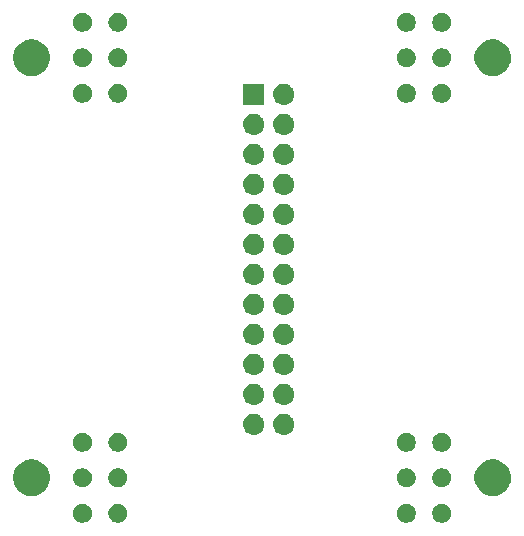
<source format=gbr>
G04 #@! TF.GenerationSoftware,KiCad,Pcbnew,(5.0.2)-1*
G04 #@! TF.CreationDate,2019-03-06T23:05:27-07:00*
G04 #@! TF.ProjectId,Connector PCB,436f6e6e-6563-4746-9f72-205043422e6b,rev?*
G04 #@! TF.SameCoordinates,Original*
G04 #@! TF.FileFunction,Soldermask,Bot*
G04 #@! TF.FilePolarity,Negative*
%FSLAX46Y46*%
G04 Gerber Fmt 4.6, Leading zero omitted, Abs format (unit mm)*
G04 Created by KiCad (PCBNEW (5.0.2)-1) date 2019-03-06 11:05:27 PM*
%MOMM*%
%LPD*%
G01*
G04 APERTURE LIST*
%ADD10C,0.100000*%
G04 APERTURE END LIST*
D10*
G36*
X153123643Y-121609781D02*
X153269415Y-121670162D01*
X153400611Y-121757824D01*
X153512176Y-121869389D01*
X153599838Y-122000585D01*
X153660219Y-122146357D01*
X153691000Y-122301107D01*
X153691000Y-122458893D01*
X153660219Y-122613643D01*
X153599838Y-122759415D01*
X153512176Y-122890611D01*
X153400611Y-123002176D01*
X153269415Y-123089838D01*
X153123643Y-123150219D01*
X152968893Y-123181000D01*
X152811107Y-123181000D01*
X152656357Y-123150219D01*
X152510585Y-123089838D01*
X152379389Y-123002176D01*
X152267824Y-122890611D01*
X152180162Y-122759415D01*
X152119781Y-122613643D01*
X152089000Y-122458893D01*
X152089000Y-122301107D01*
X152119781Y-122146357D01*
X152180162Y-122000585D01*
X152267824Y-121869389D01*
X152379389Y-121757824D01*
X152510585Y-121670162D01*
X152656357Y-121609781D01*
X152811107Y-121579000D01*
X152968893Y-121579000D01*
X153123643Y-121609781D01*
X153123643Y-121609781D01*
G37*
G36*
X177543643Y-121609781D02*
X177689415Y-121670162D01*
X177820611Y-121757824D01*
X177932176Y-121869389D01*
X178019838Y-122000585D01*
X178080219Y-122146357D01*
X178111000Y-122301107D01*
X178111000Y-122458893D01*
X178080219Y-122613643D01*
X178019838Y-122759415D01*
X177932176Y-122890611D01*
X177820611Y-123002176D01*
X177689415Y-123089838D01*
X177543643Y-123150219D01*
X177388893Y-123181000D01*
X177231107Y-123181000D01*
X177076357Y-123150219D01*
X176930585Y-123089838D01*
X176799389Y-123002176D01*
X176687824Y-122890611D01*
X176600162Y-122759415D01*
X176539781Y-122613643D01*
X176509000Y-122458893D01*
X176509000Y-122301107D01*
X176539781Y-122146357D01*
X176600162Y-122000585D01*
X176687824Y-121869389D01*
X176799389Y-121757824D01*
X176930585Y-121670162D01*
X177076357Y-121609781D01*
X177231107Y-121579000D01*
X177388893Y-121579000D01*
X177543643Y-121609781D01*
X177543643Y-121609781D01*
G37*
G36*
X180543643Y-121609781D02*
X180689415Y-121670162D01*
X180820611Y-121757824D01*
X180932176Y-121869389D01*
X181019838Y-122000585D01*
X181080219Y-122146357D01*
X181111000Y-122301107D01*
X181111000Y-122458893D01*
X181080219Y-122613643D01*
X181019838Y-122759415D01*
X180932176Y-122890611D01*
X180820611Y-123002176D01*
X180689415Y-123089838D01*
X180543643Y-123150219D01*
X180388893Y-123181000D01*
X180231107Y-123181000D01*
X180076357Y-123150219D01*
X179930585Y-123089838D01*
X179799389Y-123002176D01*
X179687824Y-122890611D01*
X179600162Y-122759415D01*
X179539781Y-122613643D01*
X179509000Y-122458893D01*
X179509000Y-122301107D01*
X179539781Y-122146357D01*
X179600162Y-122000585D01*
X179687824Y-121869389D01*
X179799389Y-121757824D01*
X179930585Y-121670162D01*
X180076357Y-121609781D01*
X180231107Y-121579000D01*
X180388893Y-121579000D01*
X180543643Y-121609781D01*
X180543643Y-121609781D01*
G37*
G36*
X150123643Y-121609781D02*
X150269415Y-121670162D01*
X150400611Y-121757824D01*
X150512176Y-121869389D01*
X150599838Y-122000585D01*
X150660219Y-122146357D01*
X150691000Y-122301107D01*
X150691000Y-122458893D01*
X150660219Y-122613643D01*
X150599838Y-122759415D01*
X150512176Y-122890611D01*
X150400611Y-123002176D01*
X150269415Y-123089838D01*
X150123643Y-123150219D01*
X149968893Y-123181000D01*
X149811107Y-123181000D01*
X149656357Y-123150219D01*
X149510585Y-123089838D01*
X149379389Y-123002176D01*
X149267824Y-122890611D01*
X149180162Y-122759415D01*
X149119781Y-122613643D01*
X149089000Y-122458893D01*
X149089000Y-122301107D01*
X149119781Y-122146357D01*
X149180162Y-122000585D01*
X149267824Y-121869389D01*
X149379389Y-121757824D01*
X149510585Y-121670162D01*
X149656357Y-121609781D01*
X149811107Y-121579000D01*
X149968893Y-121579000D01*
X150123643Y-121609781D01*
X150123643Y-121609781D01*
G37*
G36*
X184982527Y-117868736D02*
X185082410Y-117888604D01*
X185364674Y-118005521D01*
X185618705Y-118175259D01*
X185834741Y-118391295D01*
X186004479Y-118645326D01*
X186121396Y-118927590D01*
X186121396Y-118927591D01*
X186181000Y-119227238D01*
X186181000Y-119532762D01*
X186141264Y-119732527D01*
X186121396Y-119832410D01*
X186004479Y-120114674D01*
X185834741Y-120368705D01*
X185618705Y-120584741D01*
X185364674Y-120754479D01*
X185082410Y-120871396D01*
X184982527Y-120891264D01*
X184782762Y-120931000D01*
X184477238Y-120931000D01*
X184277473Y-120891264D01*
X184177590Y-120871396D01*
X183895326Y-120754479D01*
X183641295Y-120584741D01*
X183425259Y-120368705D01*
X183255521Y-120114674D01*
X183138604Y-119832410D01*
X183118736Y-119732527D01*
X183079000Y-119532762D01*
X183079000Y-119227238D01*
X183138604Y-118927591D01*
X183138604Y-118927590D01*
X183255521Y-118645326D01*
X183425259Y-118391295D01*
X183641295Y-118175259D01*
X183895326Y-118005521D01*
X184177590Y-117888604D01*
X184277473Y-117868736D01*
X184477238Y-117829000D01*
X184782762Y-117829000D01*
X184982527Y-117868736D01*
X184982527Y-117868736D01*
G37*
G36*
X145922527Y-117868736D02*
X146022410Y-117888604D01*
X146304674Y-118005521D01*
X146558705Y-118175259D01*
X146774741Y-118391295D01*
X146944479Y-118645326D01*
X147061396Y-118927590D01*
X147061396Y-118927591D01*
X147121000Y-119227238D01*
X147121000Y-119532762D01*
X147081264Y-119732527D01*
X147061396Y-119832410D01*
X146944479Y-120114674D01*
X146774741Y-120368705D01*
X146558705Y-120584741D01*
X146304674Y-120754479D01*
X146022410Y-120871396D01*
X145922527Y-120891264D01*
X145722762Y-120931000D01*
X145417238Y-120931000D01*
X145217473Y-120891264D01*
X145117590Y-120871396D01*
X144835326Y-120754479D01*
X144581295Y-120584741D01*
X144365259Y-120368705D01*
X144195521Y-120114674D01*
X144078604Y-119832410D01*
X144058736Y-119732527D01*
X144019000Y-119532762D01*
X144019000Y-119227238D01*
X144078604Y-118927591D01*
X144078604Y-118927590D01*
X144195521Y-118645326D01*
X144365259Y-118391295D01*
X144581295Y-118175259D01*
X144835326Y-118005521D01*
X145117590Y-117888604D01*
X145217473Y-117868736D01*
X145417238Y-117829000D01*
X145722762Y-117829000D01*
X145922527Y-117868736D01*
X145922527Y-117868736D01*
G37*
G36*
X180543643Y-118609781D02*
X180689415Y-118670162D01*
X180820611Y-118757824D01*
X180932176Y-118869389D01*
X181019838Y-119000585D01*
X181080219Y-119146357D01*
X181111000Y-119301107D01*
X181111000Y-119458893D01*
X181080219Y-119613643D01*
X181019838Y-119759415D01*
X180932176Y-119890611D01*
X180820611Y-120002176D01*
X180689415Y-120089838D01*
X180543643Y-120150219D01*
X180388893Y-120181000D01*
X180231107Y-120181000D01*
X180076357Y-120150219D01*
X179930585Y-120089838D01*
X179799389Y-120002176D01*
X179687824Y-119890611D01*
X179600162Y-119759415D01*
X179539781Y-119613643D01*
X179509000Y-119458893D01*
X179509000Y-119301107D01*
X179539781Y-119146357D01*
X179600162Y-119000585D01*
X179687824Y-118869389D01*
X179799389Y-118757824D01*
X179930585Y-118670162D01*
X180076357Y-118609781D01*
X180231107Y-118579000D01*
X180388893Y-118579000D01*
X180543643Y-118609781D01*
X180543643Y-118609781D01*
G37*
G36*
X177543643Y-118609781D02*
X177689415Y-118670162D01*
X177820611Y-118757824D01*
X177932176Y-118869389D01*
X178019838Y-119000585D01*
X178080219Y-119146357D01*
X178111000Y-119301107D01*
X178111000Y-119458893D01*
X178080219Y-119613643D01*
X178019838Y-119759415D01*
X177932176Y-119890611D01*
X177820611Y-120002176D01*
X177689415Y-120089838D01*
X177543643Y-120150219D01*
X177388893Y-120181000D01*
X177231107Y-120181000D01*
X177076357Y-120150219D01*
X176930585Y-120089838D01*
X176799389Y-120002176D01*
X176687824Y-119890611D01*
X176600162Y-119759415D01*
X176539781Y-119613643D01*
X176509000Y-119458893D01*
X176509000Y-119301107D01*
X176539781Y-119146357D01*
X176600162Y-119000585D01*
X176687824Y-118869389D01*
X176799389Y-118757824D01*
X176930585Y-118670162D01*
X177076357Y-118609781D01*
X177231107Y-118579000D01*
X177388893Y-118579000D01*
X177543643Y-118609781D01*
X177543643Y-118609781D01*
G37*
G36*
X153123643Y-118609781D02*
X153269415Y-118670162D01*
X153400611Y-118757824D01*
X153512176Y-118869389D01*
X153599838Y-119000585D01*
X153660219Y-119146357D01*
X153691000Y-119301107D01*
X153691000Y-119458893D01*
X153660219Y-119613643D01*
X153599838Y-119759415D01*
X153512176Y-119890611D01*
X153400611Y-120002176D01*
X153269415Y-120089838D01*
X153123643Y-120150219D01*
X152968893Y-120181000D01*
X152811107Y-120181000D01*
X152656357Y-120150219D01*
X152510585Y-120089838D01*
X152379389Y-120002176D01*
X152267824Y-119890611D01*
X152180162Y-119759415D01*
X152119781Y-119613643D01*
X152089000Y-119458893D01*
X152089000Y-119301107D01*
X152119781Y-119146357D01*
X152180162Y-119000585D01*
X152267824Y-118869389D01*
X152379389Y-118757824D01*
X152510585Y-118670162D01*
X152656357Y-118609781D01*
X152811107Y-118579000D01*
X152968893Y-118579000D01*
X153123643Y-118609781D01*
X153123643Y-118609781D01*
G37*
G36*
X150123643Y-118609781D02*
X150269415Y-118670162D01*
X150400611Y-118757824D01*
X150512176Y-118869389D01*
X150599838Y-119000585D01*
X150660219Y-119146357D01*
X150691000Y-119301107D01*
X150691000Y-119458893D01*
X150660219Y-119613643D01*
X150599838Y-119759415D01*
X150512176Y-119890611D01*
X150400611Y-120002176D01*
X150269415Y-120089838D01*
X150123643Y-120150219D01*
X149968893Y-120181000D01*
X149811107Y-120181000D01*
X149656357Y-120150219D01*
X149510585Y-120089838D01*
X149379389Y-120002176D01*
X149267824Y-119890611D01*
X149180162Y-119759415D01*
X149119781Y-119613643D01*
X149089000Y-119458893D01*
X149089000Y-119301107D01*
X149119781Y-119146357D01*
X149180162Y-119000585D01*
X149267824Y-118869389D01*
X149379389Y-118757824D01*
X149510585Y-118670162D01*
X149656357Y-118609781D01*
X149811107Y-118579000D01*
X149968893Y-118579000D01*
X150123643Y-118609781D01*
X150123643Y-118609781D01*
G37*
G36*
X177543643Y-115609781D02*
X177689415Y-115670162D01*
X177820611Y-115757824D01*
X177932176Y-115869389D01*
X178019838Y-116000585D01*
X178080219Y-116146357D01*
X178111000Y-116301107D01*
X178111000Y-116458893D01*
X178080219Y-116613643D01*
X178019838Y-116759415D01*
X177932176Y-116890611D01*
X177820611Y-117002176D01*
X177689415Y-117089838D01*
X177543643Y-117150219D01*
X177388893Y-117181000D01*
X177231107Y-117181000D01*
X177076357Y-117150219D01*
X176930585Y-117089838D01*
X176799389Y-117002176D01*
X176687824Y-116890611D01*
X176600162Y-116759415D01*
X176539781Y-116613643D01*
X176509000Y-116458893D01*
X176509000Y-116301107D01*
X176539781Y-116146357D01*
X176600162Y-116000585D01*
X176687824Y-115869389D01*
X176799389Y-115757824D01*
X176930585Y-115670162D01*
X177076357Y-115609781D01*
X177231107Y-115579000D01*
X177388893Y-115579000D01*
X177543643Y-115609781D01*
X177543643Y-115609781D01*
G37*
G36*
X180543643Y-115609781D02*
X180689415Y-115670162D01*
X180820611Y-115757824D01*
X180932176Y-115869389D01*
X181019838Y-116000585D01*
X181080219Y-116146357D01*
X181111000Y-116301107D01*
X181111000Y-116458893D01*
X181080219Y-116613643D01*
X181019838Y-116759415D01*
X180932176Y-116890611D01*
X180820611Y-117002176D01*
X180689415Y-117089838D01*
X180543643Y-117150219D01*
X180388893Y-117181000D01*
X180231107Y-117181000D01*
X180076357Y-117150219D01*
X179930585Y-117089838D01*
X179799389Y-117002176D01*
X179687824Y-116890611D01*
X179600162Y-116759415D01*
X179539781Y-116613643D01*
X179509000Y-116458893D01*
X179509000Y-116301107D01*
X179539781Y-116146357D01*
X179600162Y-116000585D01*
X179687824Y-115869389D01*
X179799389Y-115757824D01*
X179930585Y-115670162D01*
X180076357Y-115609781D01*
X180231107Y-115579000D01*
X180388893Y-115579000D01*
X180543643Y-115609781D01*
X180543643Y-115609781D01*
G37*
G36*
X153123643Y-115609781D02*
X153269415Y-115670162D01*
X153400611Y-115757824D01*
X153512176Y-115869389D01*
X153599838Y-116000585D01*
X153660219Y-116146357D01*
X153691000Y-116301107D01*
X153691000Y-116458893D01*
X153660219Y-116613643D01*
X153599838Y-116759415D01*
X153512176Y-116890611D01*
X153400611Y-117002176D01*
X153269415Y-117089838D01*
X153123643Y-117150219D01*
X152968893Y-117181000D01*
X152811107Y-117181000D01*
X152656357Y-117150219D01*
X152510585Y-117089838D01*
X152379389Y-117002176D01*
X152267824Y-116890611D01*
X152180162Y-116759415D01*
X152119781Y-116613643D01*
X152089000Y-116458893D01*
X152089000Y-116301107D01*
X152119781Y-116146357D01*
X152180162Y-116000585D01*
X152267824Y-115869389D01*
X152379389Y-115757824D01*
X152510585Y-115670162D01*
X152656357Y-115609781D01*
X152811107Y-115579000D01*
X152968893Y-115579000D01*
X153123643Y-115609781D01*
X153123643Y-115609781D01*
G37*
G36*
X150123643Y-115609781D02*
X150269415Y-115670162D01*
X150400611Y-115757824D01*
X150512176Y-115869389D01*
X150599838Y-116000585D01*
X150660219Y-116146357D01*
X150691000Y-116301107D01*
X150691000Y-116458893D01*
X150660219Y-116613643D01*
X150599838Y-116759415D01*
X150512176Y-116890611D01*
X150400611Y-117002176D01*
X150269415Y-117089838D01*
X150123643Y-117150219D01*
X149968893Y-117181000D01*
X149811107Y-117181000D01*
X149656357Y-117150219D01*
X149510585Y-117089838D01*
X149379389Y-117002176D01*
X149267824Y-116890611D01*
X149180162Y-116759415D01*
X149119781Y-116613643D01*
X149089000Y-116458893D01*
X149089000Y-116301107D01*
X149119781Y-116146357D01*
X149180162Y-116000585D01*
X149267824Y-115869389D01*
X149379389Y-115757824D01*
X149510585Y-115670162D01*
X149656357Y-115609781D01*
X149811107Y-115579000D01*
X149968893Y-115579000D01*
X150123643Y-115609781D01*
X150123643Y-115609781D01*
G37*
G36*
X167035444Y-113960520D02*
X167101628Y-113967038D01*
X167214854Y-114001385D01*
X167271468Y-114018558D01*
X167410088Y-114092653D01*
X167427992Y-114102223D01*
X167463730Y-114131553D01*
X167565187Y-114214815D01*
X167648449Y-114316272D01*
X167677779Y-114352010D01*
X167677780Y-114352012D01*
X167761444Y-114508534D01*
X167761444Y-114508535D01*
X167812964Y-114678374D01*
X167830360Y-114855001D01*
X167812964Y-115031628D01*
X167778617Y-115144854D01*
X167761444Y-115201468D01*
X167687349Y-115340088D01*
X167677779Y-115357992D01*
X167648449Y-115393730D01*
X167565187Y-115495187D01*
X167463730Y-115578449D01*
X167427992Y-115607779D01*
X167424245Y-115609782D01*
X167271468Y-115691444D01*
X167214854Y-115708617D01*
X167101628Y-115742964D01*
X167035443Y-115749483D01*
X166969261Y-115756001D01*
X166880741Y-115756001D01*
X166814559Y-115749483D01*
X166748374Y-115742964D01*
X166635148Y-115708617D01*
X166578534Y-115691444D01*
X166425757Y-115609782D01*
X166422010Y-115607779D01*
X166386272Y-115578449D01*
X166284815Y-115495187D01*
X166201553Y-115393730D01*
X166172223Y-115357992D01*
X166162653Y-115340088D01*
X166088558Y-115201468D01*
X166071385Y-115144854D01*
X166037038Y-115031628D01*
X166019642Y-114855001D01*
X166037038Y-114678374D01*
X166088558Y-114508535D01*
X166088558Y-114508534D01*
X166172222Y-114352012D01*
X166172223Y-114352010D01*
X166201553Y-114316272D01*
X166284815Y-114214815D01*
X166386272Y-114131553D01*
X166422010Y-114102223D01*
X166439914Y-114092653D01*
X166578534Y-114018558D01*
X166635148Y-114001385D01*
X166748374Y-113967038D01*
X166814558Y-113960520D01*
X166880741Y-113954001D01*
X166969261Y-113954001D01*
X167035444Y-113960520D01*
X167035444Y-113960520D01*
G37*
G36*
X164495444Y-113960520D02*
X164561628Y-113967038D01*
X164674854Y-114001385D01*
X164731468Y-114018558D01*
X164870088Y-114092653D01*
X164887992Y-114102223D01*
X164923730Y-114131553D01*
X165025187Y-114214815D01*
X165108449Y-114316272D01*
X165137779Y-114352010D01*
X165137780Y-114352012D01*
X165221444Y-114508534D01*
X165221444Y-114508535D01*
X165272964Y-114678374D01*
X165290360Y-114855001D01*
X165272964Y-115031628D01*
X165238617Y-115144854D01*
X165221444Y-115201468D01*
X165147349Y-115340088D01*
X165137779Y-115357992D01*
X165108449Y-115393730D01*
X165025187Y-115495187D01*
X164923730Y-115578449D01*
X164887992Y-115607779D01*
X164884245Y-115609782D01*
X164731468Y-115691444D01*
X164674854Y-115708617D01*
X164561628Y-115742964D01*
X164495443Y-115749483D01*
X164429261Y-115756001D01*
X164340741Y-115756001D01*
X164274559Y-115749483D01*
X164208374Y-115742964D01*
X164095148Y-115708617D01*
X164038534Y-115691444D01*
X163885757Y-115609782D01*
X163882010Y-115607779D01*
X163846272Y-115578449D01*
X163744815Y-115495187D01*
X163661553Y-115393730D01*
X163632223Y-115357992D01*
X163622653Y-115340088D01*
X163548558Y-115201468D01*
X163531385Y-115144854D01*
X163497038Y-115031628D01*
X163479642Y-114855001D01*
X163497038Y-114678374D01*
X163548558Y-114508535D01*
X163548558Y-114508534D01*
X163632222Y-114352012D01*
X163632223Y-114352010D01*
X163661553Y-114316272D01*
X163744815Y-114214815D01*
X163846272Y-114131553D01*
X163882010Y-114102223D01*
X163899914Y-114092653D01*
X164038534Y-114018558D01*
X164095148Y-114001385D01*
X164208374Y-113967038D01*
X164274558Y-113960520D01*
X164340741Y-113954001D01*
X164429261Y-113954001D01*
X164495444Y-113960520D01*
X164495444Y-113960520D01*
G37*
G36*
X167035443Y-111420519D02*
X167101628Y-111427038D01*
X167214854Y-111461385D01*
X167271468Y-111478558D01*
X167410088Y-111552653D01*
X167427992Y-111562223D01*
X167463730Y-111591553D01*
X167565187Y-111674815D01*
X167648449Y-111776272D01*
X167677779Y-111812010D01*
X167677780Y-111812012D01*
X167761444Y-111968534D01*
X167761444Y-111968535D01*
X167812964Y-112138374D01*
X167830360Y-112315001D01*
X167812964Y-112491628D01*
X167778617Y-112604854D01*
X167761444Y-112661468D01*
X167687349Y-112800088D01*
X167677779Y-112817992D01*
X167648449Y-112853730D01*
X167565187Y-112955187D01*
X167463730Y-113038449D01*
X167427992Y-113067779D01*
X167427990Y-113067780D01*
X167271468Y-113151444D01*
X167214854Y-113168617D01*
X167101628Y-113202964D01*
X167035444Y-113209482D01*
X166969261Y-113216001D01*
X166880741Y-113216001D01*
X166814558Y-113209482D01*
X166748374Y-113202964D01*
X166635148Y-113168617D01*
X166578534Y-113151444D01*
X166422012Y-113067780D01*
X166422010Y-113067779D01*
X166386272Y-113038449D01*
X166284815Y-112955187D01*
X166201553Y-112853730D01*
X166172223Y-112817992D01*
X166162653Y-112800088D01*
X166088558Y-112661468D01*
X166071385Y-112604854D01*
X166037038Y-112491628D01*
X166019642Y-112315001D01*
X166037038Y-112138374D01*
X166088558Y-111968535D01*
X166088558Y-111968534D01*
X166172222Y-111812012D01*
X166172223Y-111812010D01*
X166201553Y-111776272D01*
X166284815Y-111674815D01*
X166386272Y-111591553D01*
X166422010Y-111562223D01*
X166439914Y-111552653D01*
X166578534Y-111478558D01*
X166635148Y-111461385D01*
X166748374Y-111427038D01*
X166814559Y-111420519D01*
X166880741Y-111414001D01*
X166969261Y-111414001D01*
X167035443Y-111420519D01*
X167035443Y-111420519D01*
G37*
G36*
X164495443Y-111420519D02*
X164561628Y-111427038D01*
X164674854Y-111461385D01*
X164731468Y-111478558D01*
X164870088Y-111552653D01*
X164887992Y-111562223D01*
X164923730Y-111591553D01*
X165025187Y-111674815D01*
X165108449Y-111776272D01*
X165137779Y-111812010D01*
X165137780Y-111812012D01*
X165221444Y-111968534D01*
X165221444Y-111968535D01*
X165272964Y-112138374D01*
X165290360Y-112315001D01*
X165272964Y-112491628D01*
X165238617Y-112604854D01*
X165221444Y-112661468D01*
X165147349Y-112800088D01*
X165137779Y-112817992D01*
X165108449Y-112853730D01*
X165025187Y-112955187D01*
X164923730Y-113038449D01*
X164887992Y-113067779D01*
X164887990Y-113067780D01*
X164731468Y-113151444D01*
X164674854Y-113168617D01*
X164561628Y-113202964D01*
X164495444Y-113209482D01*
X164429261Y-113216001D01*
X164340741Y-113216001D01*
X164274558Y-113209482D01*
X164208374Y-113202964D01*
X164095148Y-113168617D01*
X164038534Y-113151444D01*
X163882012Y-113067780D01*
X163882010Y-113067779D01*
X163846272Y-113038449D01*
X163744815Y-112955187D01*
X163661553Y-112853730D01*
X163632223Y-112817992D01*
X163622653Y-112800088D01*
X163548558Y-112661468D01*
X163531385Y-112604854D01*
X163497038Y-112491628D01*
X163479642Y-112315001D01*
X163497038Y-112138374D01*
X163548558Y-111968535D01*
X163548558Y-111968534D01*
X163632222Y-111812012D01*
X163632223Y-111812010D01*
X163661553Y-111776272D01*
X163744815Y-111674815D01*
X163846272Y-111591553D01*
X163882010Y-111562223D01*
X163899914Y-111552653D01*
X164038534Y-111478558D01*
X164095148Y-111461385D01*
X164208374Y-111427038D01*
X164274559Y-111420519D01*
X164340741Y-111414001D01*
X164429261Y-111414001D01*
X164495443Y-111420519D01*
X164495443Y-111420519D01*
G37*
G36*
X164495443Y-108880519D02*
X164561628Y-108887038D01*
X164674854Y-108921385D01*
X164731468Y-108938558D01*
X164870088Y-109012653D01*
X164887992Y-109022223D01*
X164923730Y-109051553D01*
X165025187Y-109134815D01*
X165108449Y-109236272D01*
X165137779Y-109272010D01*
X165137780Y-109272012D01*
X165221444Y-109428534D01*
X165221444Y-109428535D01*
X165272964Y-109598374D01*
X165290360Y-109775001D01*
X165272964Y-109951628D01*
X165238617Y-110064854D01*
X165221444Y-110121468D01*
X165147349Y-110260088D01*
X165137779Y-110277992D01*
X165108449Y-110313730D01*
X165025187Y-110415187D01*
X164923730Y-110498449D01*
X164887992Y-110527779D01*
X164887990Y-110527780D01*
X164731468Y-110611444D01*
X164674854Y-110628617D01*
X164561628Y-110662964D01*
X164495444Y-110669482D01*
X164429261Y-110676001D01*
X164340741Y-110676001D01*
X164274558Y-110669482D01*
X164208374Y-110662964D01*
X164095148Y-110628617D01*
X164038534Y-110611444D01*
X163882012Y-110527780D01*
X163882010Y-110527779D01*
X163846272Y-110498449D01*
X163744815Y-110415187D01*
X163661553Y-110313730D01*
X163632223Y-110277992D01*
X163622653Y-110260088D01*
X163548558Y-110121468D01*
X163531385Y-110064854D01*
X163497038Y-109951628D01*
X163479642Y-109775001D01*
X163497038Y-109598374D01*
X163548558Y-109428535D01*
X163548558Y-109428534D01*
X163632222Y-109272012D01*
X163632223Y-109272010D01*
X163661553Y-109236272D01*
X163744815Y-109134815D01*
X163846272Y-109051553D01*
X163882010Y-109022223D01*
X163899914Y-109012653D01*
X164038534Y-108938558D01*
X164095148Y-108921385D01*
X164208374Y-108887038D01*
X164274559Y-108880519D01*
X164340741Y-108874001D01*
X164429261Y-108874001D01*
X164495443Y-108880519D01*
X164495443Y-108880519D01*
G37*
G36*
X167035443Y-108880519D02*
X167101628Y-108887038D01*
X167214854Y-108921385D01*
X167271468Y-108938558D01*
X167410088Y-109012653D01*
X167427992Y-109022223D01*
X167463730Y-109051553D01*
X167565187Y-109134815D01*
X167648449Y-109236272D01*
X167677779Y-109272010D01*
X167677780Y-109272012D01*
X167761444Y-109428534D01*
X167761444Y-109428535D01*
X167812964Y-109598374D01*
X167830360Y-109775001D01*
X167812964Y-109951628D01*
X167778617Y-110064854D01*
X167761444Y-110121468D01*
X167687349Y-110260088D01*
X167677779Y-110277992D01*
X167648449Y-110313730D01*
X167565187Y-110415187D01*
X167463730Y-110498449D01*
X167427992Y-110527779D01*
X167427990Y-110527780D01*
X167271468Y-110611444D01*
X167214854Y-110628617D01*
X167101628Y-110662964D01*
X167035444Y-110669482D01*
X166969261Y-110676001D01*
X166880741Y-110676001D01*
X166814558Y-110669482D01*
X166748374Y-110662964D01*
X166635148Y-110628617D01*
X166578534Y-110611444D01*
X166422012Y-110527780D01*
X166422010Y-110527779D01*
X166386272Y-110498449D01*
X166284815Y-110415187D01*
X166201553Y-110313730D01*
X166172223Y-110277992D01*
X166162653Y-110260088D01*
X166088558Y-110121468D01*
X166071385Y-110064854D01*
X166037038Y-109951628D01*
X166019642Y-109775001D01*
X166037038Y-109598374D01*
X166088558Y-109428535D01*
X166088558Y-109428534D01*
X166172222Y-109272012D01*
X166172223Y-109272010D01*
X166201553Y-109236272D01*
X166284815Y-109134815D01*
X166386272Y-109051553D01*
X166422010Y-109022223D01*
X166439914Y-109012653D01*
X166578534Y-108938558D01*
X166635148Y-108921385D01*
X166748374Y-108887038D01*
X166814559Y-108880519D01*
X166880741Y-108874001D01*
X166969261Y-108874001D01*
X167035443Y-108880519D01*
X167035443Y-108880519D01*
G37*
G36*
X167035443Y-106340519D02*
X167101628Y-106347038D01*
X167214854Y-106381385D01*
X167271468Y-106398558D01*
X167410088Y-106472653D01*
X167427992Y-106482223D01*
X167463730Y-106511553D01*
X167565187Y-106594815D01*
X167648449Y-106696272D01*
X167677779Y-106732010D01*
X167677780Y-106732012D01*
X167761444Y-106888534D01*
X167761444Y-106888535D01*
X167812964Y-107058374D01*
X167830360Y-107235001D01*
X167812964Y-107411628D01*
X167778617Y-107524854D01*
X167761444Y-107581468D01*
X167687349Y-107720088D01*
X167677779Y-107737992D01*
X167648449Y-107773730D01*
X167565187Y-107875187D01*
X167463730Y-107958449D01*
X167427992Y-107987779D01*
X167427990Y-107987780D01*
X167271468Y-108071444D01*
X167214854Y-108088617D01*
X167101628Y-108122964D01*
X167035443Y-108129483D01*
X166969261Y-108136001D01*
X166880741Y-108136001D01*
X166814559Y-108129483D01*
X166748374Y-108122964D01*
X166635148Y-108088617D01*
X166578534Y-108071444D01*
X166422012Y-107987780D01*
X166422010Y-107987779D01*
X166386272Y-107958449D01*
X166284815Y-107875187D01*
X166201553Y-107773730D01*
X166172223Y-107737992D01*
X166162653Y-107720088D01*
X166088558Y-107581468D01*
X166071385Y-107524854D01*
X166037038Y-107411628D01*
X166019642Y-107235001D01*
X166037038Y-107058374D01*
X166088558Y-106888535D01*
X166088558Y-106888534D01*
X166172222Y-106732012D01*
X166172223Y-106732010D01*
X166201553Y-106696272D01*
X166284815Y-106594815D01*
X166386272Y-106511553D01*
X166422010Y-106482223D01*
X166439914Y-106472653D01*
X166578534Y-106398558D01*
X166635148Y-106381385D01*
X166748374Y-106347038D01*
X166814559Y-106340519D01*
X166880741Y-106334001D01*
X166969261Y-106334001D01*
X167035443Y-106340519D01*
X167035443Y-106340519D01*
G37*
G36*
X164495443Y-106340519D02*
X164561628Y-106347038D01*
X164674854Y-106381385D01*
X164731468Y-106398558D01*
X164870088Y-106472653D01*
X164887992Y-106482223D01*
X164923730Y-106511553D01*
X165025187Y-106594815D01*
X165108449Y-106696272D01*
X165137779Y-106732010D01*
X165137780Y-106732012D01*
X165221444Y-106888534D01*
X165221444Y-106888535D01*
X165272964Y-107058374D01*
X165290360Y-107235001D01*
X165272964Y-107411628D01*
X165238617Y-107524854D01*
X165221444Y-107581468D01*
X165147349Y-107720088D01*
X165137779Y-107737992D01*
X165108449Y-107773730D01*
X165025187Y-107875187D01*
X164923730Y-107958449D01*
X164887992Y-107987779D01*
X164887990Y-107987780D01*
X164731468Y-108071444D01*
X164674854Y-108088617D01*
X164561628Y-108122964D01*
X164495443Y-108129483D01*
X164429261Y-108136001D01*
X164340741Y-108136001D01*
X164274559Y-108129483D01*
X164208374Y-108122964D01*
X164095148Y-108088617D01*
X164038534Y-108071444D01*
X163882012Y-107987780D01*
X163882010Y-107987779D01*
X163846272Y-107958449D01*
X163744815Y-107875187D01*
X163661553Y-107773730D01*
X163632223Y-107737992D01*
X163622653Y-107720088D01*
X163548558Y-107581468D01*
X163531385Y-107524854D01*
X163497038Y-107411628D01*
X163479642Y-107235001D01*
X163497038Y-107058374D01*
X163548558Y-106888535D01*
X163548558Y-106888534D01*
X163632222Y-106732012D01*
X163632223Y-106732010D01*
X163661553Y-106696272D01*
X163744815Y-106594815D01*
X163846272Y-106511553D01*
X163882010Y-106482223D01*
X163899914Y-106472653D01*
X164038534Y-106398558D01*
X164095148Y-106381385D01*
X164208374Y-106347038D01*
X164274559Y-106340519D01*
X164340741Y-106334001D01*
X164429261Y-106334001D01*
X164495443Y-106340519D01*
X164495443Y-106340519D01*
G37*
G36*
X167035444Y-103800520D02*
X167101628Y-103807038D01*
X167214854Y-103841385D01*
X167271468Y-103858558D01*
X167410088Y-103932653D01*
X167427992Y-103942223D01*
X167463730Y-103971553D01*
X167565187Y-104054815D01*
X167648449Y-104156272D01*
X167677779Y-104192010D01*
X167677780Y-104192012D01*
X167761444Y-104348534D01*
X167761444Y-104348535D01*
X167812964Y-104518374D01*
X167830360Y-104695001D01*
X167812964Y-104871628D01*
X167778617Y-104984854D01*
X167761444Y-105041468D01*
X167687349Y-105180088D01*
X167677779Y-105197992D01*
X167648449Y-105233730D01*
X167565187Y-105335187D01*
X167463730Y-105418449D01*
X167427992Y-105447779D01*
X167427990Y-105447780D01*
X167271468Y-105531444D01*
X167214854Y-105548617D01*
X167101628Y-105582964D01*
X167035444Y-105589482D01*
X166969261Y-105596001D01*
X166880741Y-105596001D01*
X166814558Y-105589482D01*
X166748374Y-105582964D01*
X166635148Y-105548617D01*
X166578534Y-105531444D01*
X166422012Y-105447780D01*
X166422010Y-105447779D01*
X166386272Y-105418449D01*
X166284815Y-105335187D01*
X166201553Y-105233730D01*
X166172223Y-105197992D01*
X166162653Y-105180088D01*
X166088558Y-105041468D01*
X166071385Y-104984854D01*
X166037038Y-104871628D01*
X166019642Y-104695001D01*
X166037038Y-104518374D01*
X166088558Y-104348535D01*
X166088558Y-104348534D01*
X166172222Y-104192012D01*
X166172223Y-104192010D01*
X166201553Y-104156272D01*
X166284815Y-104054815D01*
X166386272Y-103971553D01*
X166422010Y-103942223D01*
X166439914Y-103932653D01*
X166578534Y-103858558D01*
X166635148Y-103841385D01*
X166748374Y-103807038D01*
X166814558Y-103800520D01*
X166880741Y-103794001D01*
X166969261Y-103794001D01*
X167035444Y-103800520D01*
X167035444Y-103800520D01*
G37*
G36*
X164495444Y-103800520D02*
X164561628Y-103807038D01*
X164674854Y-103841385D01*
X164731468Y-103858558D01*
X164870088Y-103932653D01*
X164887992Y-103942223D01*
X164923730Y-103971553D01*
X165025187Y-104054815D01*
X165108449Y-104156272D01*
X165137779Y-104192010D01*
X165137780Y-104192012D01*
X165221444Y-104348534D01*
X165221444Y-104348535D01*
X165272964Y-104518374D01*
X165290360Y-104695001D01*
X165272964Y-104871628D01*
X165238617Y-104984854D01*
X165221444Y-105041468D01*
X165147349Y-105180088D01*
X165137779Y-105197992D01*
X165108449Y-105233730D01*
X165025187Y-105335187D01*
X164923730Y-105418449D01*
X164887992Y-105447779D01*
X164887990Y-105447780D01*
X164731468Y-105531444D01*
X164674854Y-105548617D01*
X164561628Y-105582964D01*
X164495444Y-105589482D01*
X164429261Y-105596001D01*
X164340741Y-105596001D01*
X164274558Y-105589482D01*
X164208374Y-105582964D01*
X164095148Y-105548617D01*
X164038534Y-105531444D01*
X163882012Y-105447780D01*
X163882010Y-105447779D01*
X163846272Y-105418449D01*
X163744815Y-105335187D01*
X163661553Y-105233730D01*
X163632223Y-105197992D01*
X163622653Y-105180088D01*
X163548558Y-105041468D01*
X163531385Y-104984854D01*
X163497038Y-104871628D01*
X163479642Y-104695001D01*
X163497038Y-104518374D01*
X163548558Y-104348535D01*
X163548558Y-104348534D01*
X163632222Y-104192012D01*
X163632223Y-104192010D01*
X163661553Y-104156272D01*
X163744815Y-104054815D01*
X163846272Y-103971553D01*
X163882010Y-103942223D01*
X163899914Y-103932653D01*
X164038534Y-103858558D01*
X164095148Y-103841385D01*
X164208374Y-103807038D01*
X164274558Y-103800520D01*
X164340741Y-103794001D01*
X164429261Y-103794001D01*
X164495444Y-103800520D01*
X164495444Y-103800520D01*
G37*
G36*
X164495444Y-101260520D02*
X164561628Y-101267038D01*
X164674854Y-101301385D01*
X164731468Y-101318558D01*
X164870088Y-101392653D01*
X164887992Y-101402223D01*
X164923730Y-101431553D01*
X165025187Y-101514815D01*
X165108449Y-101616272D01*
X165137779Y-101652010D01*
X165137780Y-101652012D01*
X165221444Y-101808534D01*
X165221444Y-101808535D01*
X165272964Y-101978374D01*
X165290360Y-102155001D01*
X165272964Y-102331628D01*
X165238617Y-102444854D01*
X165221444Y-102501468D01*
X165147349Y-102640088D01*
X165137779Y-102657992D01*
X165108449Y-102693730D01*
X165025187Y-102795187D01*
X164923730Y-102878449D01*
X164887992Y-102907779D01*
X164887990Y-102907780D01*
X164731468Y-102991444D01*
X164674854Y-103008617D01*
X164561628Y-103042964D01*
X164495444Y-103049482D01*
X164429261Y-103056001D01*
X164340741Y-103056001D01*
X164274558Y-103049482D01*
X164208374Y-103042964D01*
X164095148Y-103008617D01*
X164038534Y-102991444D01*
X163882012Y-102907780D01*
X163882010Y-102907779D01*
X163846272Y-102878449D01*
X163744815Y-102795187D01*
X163661553Y-102693730D01*
X163632223Y-102657992D01*
X163622653Y-102640088D01*
X163548558Y-102501468D01*
X163531385Y-102444854D01*
X163497038Y-102331628D01*
X163479642Y-102155001D01*
X163497038Y-101978374D01*
X163548558Y-101808535D01*
X163548558Y-101808534D01*
X163632222Y-101652012D01*
X163632223Y-101652010D01*
X163661553Y-101616272D01*
X163744815Y-101514815D01*
X163846272Y-101431553D01*
X163882010Y-101402223D01*
X163899914Y-101392653D01*
X164038534Y-101318558D01*
X164095148Y-101301385D01*
X164208374Y-101267038D01*
X164274559Y-101260519D01*
X164340741Y-101254001D01*
X164429261Y-101254001D01*
X164495444Y-101260520D01*
X164495444Y-101260520D01*
G37*
G36*
X167035444Y-101260520D02*
X167101628Y-101267038D01*
X167214854Y-101301385D01*
X167271468Y-101318558D01*
X167410088Y-101392653D01*
X167427992Y-101402223D01*
X167463730Y-101431553D01*
X167565187Y-101514815D01*
X167648449Y-101616272D01*
X167677779Y-101652010D01*
X167677780Y-101652012D01*
X167761444Y-101808534D01*
X167761444Y-101808535D01*
X167812964Y-101978374D01*
X167830360Y-102155001D01*
X167812964Y-102331628D01*
X167778617Y-102444854D01*
X167761444Y-102501468D01*
X167687349Y-102640088D01*
X167677779Y-102657992D01*
X167648449Y-102693730D01*
X167565187Y-102795187D01*
X167463730Y-102878449D01*
X167427992Y-102907779D01*
X167427990Y-102907780D01*
X167271468Y-102991444D01*
X167214854Y-103008617D01*
X167101628Y-103042964D01*
X167035444Y-103049482D01*
X166969261Y-103056001D01*
X166880741Y-103056001D01*
X166814558Y-103049482D01*
X166748374Y-103042964D01*
X166635148Y-103008617D01*
X166578534Y-102991444D01*
X166422012Y-102907780D01*
X166422010Y-102907779D01*
X166386272Y-102878449D01*
X166284815Y-102795187D01*
X166201553Y-102693730D01*
X166172223Y-102657992D01*
X166162653Y-102640088D01*
X166088558Y-102501468D01*
X166071385Y-102444854D01*
X166037038Y-102331628D01*
X166019642Y-102155001D01*
X166037038Y-101978374D01*
X166088558Y-101808535D01*
X166088558Y-101808534D01*
X166172222Y-101652012D01*
X166172223Y-101652010D01*
X166201553Y-101616272D01*
X166284815Y-101514815D01*
X166386272Y-101431553D01*
X166422010Y-101402223D01*
X166439914Y-101392653D01*
X166578534Y-101318558D01*
X166635148Y-101301385D01*
X166748374Y-101267038D01*
X166814559Y-101260519D01*
X166880741Y-101254001D01*
X166969261Y-101254001D01*
X167035444Y-101260520D01*
X167035444Y-101260520D01*
G37*
G36*
X164495444Y-98720520D02*
X164561628Y-98727038D01*
X164674854Y-98761385D01*
X164731468Y-98778558D01*
X164870088Y-98852653D01*
X164887992Y-98862223D01*
X164923730Y-98891553D01*
X165025187Y-98974815D01*
X165108449Y-99076272D01*
X165137779Y-99112010D01*
X165137780Y-99112012D01*
X165221444Y-99268534D01*
X165221444Y-99268535D01*
X165272964Y-99438374D01*
X165290360Y-99615001D01*
X165272964Y-99791628D01*
X165238617Y-99904854D01*
X165221444Y-99961468D01*
X165147349Y-100100088D01*
X165137779Y-100117992D01*
X165108449Y-100153730D01*
X165025187Y-100255187D01*
X164923730Y-100338449D01*
X164887992Y-100367779D01*
X164887990Y-100367780D01*
X164731468Y-100451444D01*
X164674854Y-100468617D01*
X164561628Y-100502964D01*
X164495443Y-100509483D01*
X164429261Y-100516001D01*
X164340741Y-100516001D01*
X164274558Y-100509482D01*
X164208374Y-100502964D01*
X164095148Y-100468617D01*
X164038534Y-100451444D01*
X163882012Y-100367780D01*
X163882010Y-100367779D01*
X163846272Y-100338449D01*
X163744815Y-100255187D01*
X163661553Y-100153730D01*
X163632223Y-100117992D01*
X163622653Y-100100088D01*
X163548558Y-99961468D01*
X163531385Y-99904854D01*
X163497038Y-99791628D01*
X163479642Y-99615001D01*
X163497038Y-99438374D01*
X163548558Y-99268535D01*
X163548558Y-99268534D01*
X163632222Y-99112012D01*
X163632223Y-99112010D01*
X163661553Y-99076272D01*
X163744815Y-98974815D01*
X163846272Y-98891553D01*
X163882010Y-98862223D01*
X163899914Y-98852653D01*
X164038534Y-98778558D01*
X164095148Y-98761385D01*
X164208374Y-98727038D01*
X164274559Y-98720519D01*
X164340741Y-98714001D01*
X164429261Y-98714001D01*
X164495444Y-98720520D01*
X164495444Y-98720520D01*
G37*
G36*
X167035444Y-98720520D02*
X167101628Y-98727038D01*
X167214854Y-98761385D01*
X167271468Y-98778558D01*
X167410088Y-98852653D01*
X167427992Y-98862223D01*
X167463730Y-98891553D01*
X167565187Y-98974815D01*
X167648449Y-99076272D01*
X167677779Y-99112010D01*
X167677780Y-99112012D01*
X167761444Y-99268534D01*
X167761444Y-99268535D01*
X167812964Y-99438374D01*
X167830360Y-99615001D01*
X167812964Y-99791628D01*
X167778617Y-99904854D01*
X167761444Y-99961468D01*
X167687349Y-100100088D01*
X167677779Y-100117992D01*
X167648449Y-100153730D01*
X167565187Y-100255187D01*
X167463730Y-100338449D01*
X167427992Y-100367779D01*
X167427990Y-100367780D01*
X167271468Y-100451444D01*
X167214854Y-100468617D01*
X167101628Y-100502964D01*
X167035443Y-100509483D01*
X166969261Y-100516001D01*
X166880741Y-100516001D01*
X166814558Y-100509482D01*
X166748374Y-100502964D01*
X166635148Y-100468617D01*
X166578534Y-100451444D01*
X166422012Y-100367780D01*
X166422010Y-100367779D01*
X166386272Y-100338449D01*
X166284815Y-100255187D01*
X166201553Y-100153730D01*
X166172223Y-100117992D01*
X166162653Y-100100088D01*
X166088558Y-99961468D01*
X166071385Y-99904854D01*
X166037038Y-99791628D01*
X166019642Y-99615001D01*
X166037038Y-99438374D01*
X166088558Y-99268535D01*
X166088558Y-99268534D01*
X166172222Y-99112012D01*
X166172223Y-99112010D01*
X166201553Y-99076272D01*
X166284815Y-98974815D01*
X166386272Y-98891553D01*
X166422010Y-98862223D01*
X166439914Y-98852653D01*
X166578534Y-98778558D01*
X166635148Y-98761385D01*
X166748374Y-98727038D01*
X166814559Y-98720519D01*
X166880741Y-98714001D01*
X166969261Y-98714001D01*
X167035444Y-98720520D01*
X167035444Y-98720520D01*
G37*
G36*
X164495443Y-96180519D02*
X164561628Y-96187038D01*
X164674854Y-96221385D01*
X164731468Y-96238558D01*
X164870088Y-96312653D01*
X164887992Y-96322223D01*
X164923730Y-96351553D01*
X165025187Y-96434815D01*
X165108449Y-96536272D01*
X165137779Y-96572010D01*
X165137780Y-96572012D01*
X165221444Y-96728534D01*
X165221444Y-96728535D01*
X165272964Y-96898374D01*
X165290360Y-97075001D01*
X165272964Y-97251628D01*
X165238617Y-97364854D01*
X165221444Y-97421468D01*
X165147349Y-97560088D01*
X165137779Y-97577992D01*
X165108449Y-97613730D01*
X165025187Y-97715187D01*
X164923730Y-97798449D01*
X164887992Y-97827779D01*
X164887990Y-97827780D01*
X164731468Y-97911444D01*
X164674854Y-97928617D01*
X164561628Y-97962964D01*
X164495444Y-97969482D01*
X164429261Y-97976001D01*
X164340741Y-97976001D01*
X164274559Y-97969483D01*
X164208374Y-97962964D01*
X164095148Y-97928617D01*
X164038534Y-97911444D01*
X163882012Y-97827780D01*
X163882010Y-97827779D01*
X163846272Y-97798449D01*
X163744815Y-97715187D01*
X163661553Y-97613730D01*
X163632223Y-97577992D01*
X163622653Y-97560088D01*
X163548558Y-97421468D01*
X163531385Y-97364854D01*
X163497038Y-97251628D01*
X163479642Y-97075001D01*
X163497038Y-96898374D01*
X163548558Y-96728535D01*
X163548558Y-96728534D01*
X163632222Y-96572012D01*
X163632223Y-96572010D01*
X163661553Y-96536272D01*
X163744815Y-96434815D01*
X163846272Y-96351553D01*
X163882010Y-96322223D01*
X163899914Y-96312653D01*
X164038534Y-96238558D01*
X164095148Y-96221385D01*
X164208374Y-96187038D01*
X164274558Y-96180520D01*
X164340741Y-96174001D01*
X164429261Y-96174001D01*
X164495443Y-96180519D01*
X164495443Y-96180519D01*
G37*
G36*
X167035443Y-96180519D02*
X167101628Y-96187038D01*
X167214854Y-96221385D01*
X167271468Y-96238558D01*
X167410088Y-96312653D01*
X167427992Y-96322223D01*
X167463730Y-96351553D01*
X167565187Y-96434815D01*
X167648449Y-96536272D01*
X167677779Y-96572010D01*
X167677780Y-96572012D01*
X167761444Y-96728534D01*
X167761444Y-96728535D01*
X167812964Y-96898374D01*
X167830360Y-97075001D01*
X167812964Y-97251628D01*
X167778617Y-97364854D01*
X167761444Y-97421468D01*
X167687349Y-97560088D01*
X167677779Y-97577992D01*
X167648449Y-97613730D01*
X167565187Y-97715187D01*
X167463730Y-97798449D01*
X167427992Y-97827779D01*
X167427990Y-97827780D01*
X167271468Y-97911444D01*
X167214854Y-97928617D01*
X167101628Y-97962964D01*
X167035444Y-97969482D01*
X166969261Y-97976001D01*
X166880741Y-97976001D01*
X166814559Y-97969483D01*
X166748374Y-97962964D01*
X166635148Y-97928617D01*
X166578534Y-97911444D01*
X166422012Y-97827780D01*
X166422010Y-97827779D01*
X166386272Y-97798449D01*
X166284815Y-97715187D01*
X166201553Y-97613730D01*
X166172223Y-97577992D01*
X166162653Y-97560088D01*
X166088558Y-97421468D01*
X166071385Y-97364854D01*
X166037038Y-97251628D01*
X166019642Y-97075001D01*
X166037038Y-96898374D01*
X166088558Y-96728535D01*
X166088558Y-96728534D01*
X166172222Y-96572012D01*
X166172223Y-96572010D01*
X166201553Y-96536272D01*
X166284815Y-96434815D01*
X166386272Y-96351553D01*
X166422010Y-96322223D01*
X166439914Y-96312653D01*
X166578534Y-96238558D01*
X166635148Y-96221385D01*
X166748374Y-96187038D01*
X166814558Y-96180520D01*
X166880741Y-96174001D01*
X166969261Y-96174001D01*
X167035443Y-96180519D01*
X167035443Y-96180519D01*
G37*
G36*
X167035444Y-93640520D02*
X167101628Y-93647038D01*
X167214854Y-93681385D01*
X167271468Y-93698558D01*
X167410088Y-93772653D01*
X167427992Y-93782223D01*
X167463730Y-93811553D01*
X167565187Y-93894815D01*
X167648449Y-93996272D01*
X167677779Y-94032010D01*
X167677780Y-94032012D01*
X167761444Y-94188534D01*
X167761444Y-94188535D01*
X167812964Y-94358374D01*
X167830360Y-94535001D01*
X167812964Y-94711628D01*
X167778617Y-94824854D01*
X167761444Y-94881468D01*
X167687349Y-95020088D01*
X167677779Y-95037992D01*
X167648449Y-95073730D01*
X167565187Y-95175187D01*
X167463730Y-95258449D01*
X167427992Y-95287779D01*
X167427990Y-95287780D01*
X167271468Y-95371444D01*
X167214854Y-95388617D01*
X167101628Y-95422964D01*
X167035443Y-95429483D01*
X166969261Y-95436001D01*
X166880741Y-95436001D01*
X166814559Y-95429483D01*
X166748374Y-95422964D01*
X166635148Y-95388617D01*
X166578534Y-95371444D01*
X166422012Y-95287780D01*
X166422010Y-95287779D01*
X166386272Y-95258449D01*
X166284815Y-95175187D01*
X166201553Y-95073730D01*
X166172223Y-95037992D01*
X166162653Y-95020088D01*
X166088558Y-94881468D01*
X166071385Y-94824854D01*
X166037038Y-94711628D01*
X166019642Y-94535001D01*
X166037038Y-94358374D01*
X166088558Y-94188535D01*
X166088558Y-94188534D01*
X166172222Y-94032012D01*
X166172223Y-94032010D01*
X166201553Y-93996272D01*
X166284815Y-93894815D01*
X166386272Y-93811553D01*
X166422010Y-93782223D01*
X166439914Y-93772653D01*
X166578534Y-93698558D01*
X166635148Y-93681385D01*
X166748374Y-93647038D01*
X166814559Y-93640519D01*
X166880741Y-93634001D01*
X166969261Y-93634001D01*
X167035444Y-93640520D01*
X167035444Y-93640520D01*
G37*
G36*
X164495444Y-93640520D02*
X164561628Y-93647038D01*
X164674854Y-93681385D01*
X164731468Y-93698558D01*
X164870088Y-93772653D01*
X164887992Y-93782223D01*
X164923730Y-93811553D01*
X165025187Y-93894815D01*
X165108449Y-93996272D01*
X165137779Y-94032010D01*
X165137780Y-94032012D01*
X165221444Y-94188534D01*
X165221444Y-94188535D01*
X165272964Y-94358374D01*
X165290360Y-94535001D01*
X165272964Y-94711628D01*
X165238617Y-94824854D01*
X165221444Y-94881468D01*
X165147349Y-95020088D01*
X165137779Y-95037992D01*
X165108449Y-95073730D01*
X165025187Y-95175187D01*
X164923730Y-95258449D01*
X164887992Y-95287779D01*
X164887990Y-95287780D01*
X164731468Y-95371444D01*
X164674854Y-95388617D01*
X164561628Y-95422964D01*
X164495443Y-95429483D01*
X164429261Y-95436001D01*
X164340741Y-95436001D01*
X164274559Y-95429483D01*
X164208374Y-95422964D01*
X164095148Y-95388617D01*
X164038534Y-95371444D01*
X163882012Y-95287780D01*
X163882010Y-95287779D01*
X163846272Y-95258449D01*
X163744815Y-95175187D01*
X163661553Y-95073730D01*
X163632223Y-95037992D01*
X163622653Y-95020088D01*
X163548558Y-94881468D01*
X163531385Y-94824854D01*
X163497038Y-94711628D01*
X163479642Y-94535001D01*
X163497038Y-94358374D01*
X163548558Y-94188535D01*
X163548558Y-94188534D01*
X163632222Y-94032012D01*
X163632223Y-94032010D01*
X163661553Y-93996272D01*
X163744815Y-93894815D01*
X163846272Y-93811553D01*
X163882010Y-93782223D01*
X163899914Y-93772653D01*
X164038534Y-93698558D01*
X164095148Y-93681385D01*
X164208374Y-93647038D01*
X164274559Y-93640519D01*
X164340741Y-93634001D01*
X164429261Y-93634001D01*
X164495444Y-93640520D01*
X164495444Y-93640520D01*
G37*
G36*
X164495443Y-91100519D02*
X164561628Y-91107038D01*
X164674854Y-91141385D01*
X164731468Y-91158558D01*
X164870088Y-91232653D01*
X164887992Y-91242223D01*
X164923730Y-91271553D01*
X165025187Y-91354815D01*
X165108449Y-91456272D01*
X165137779Y-91492010D01*
X165137780Y-91492012D01*
X165221444Y-91648534D01*
X165221444Y-91648535D01*
X165272964Y-91818374D01*
X165290360Y-91995001D01*
X165272964Y-92171628D01*
X165238617Y-92284854D01*
X165221444Y-92341468D01*
X165147349Y-92480088D01*
X165137779Y-92497992D01*
X165108449Y-92533730D01*
X165025187Y-92635187D01*
X164923730Y-92718449D01*
X164887992Y-92747779D01*
X164887990Y-92747780D01*
X164731468Y-92831444D01*
X164674854Y-92848617D01*
X164561628Y-92882964D01*
X164495443Y-92889483D01*
X164429261Y-92896001D01*
X164340741Y-92896001D01*
X164274558Y-92889482D01*
X164208374Y-92882964D01*
X164095148Y-92848617D01*
X164038534Y-92831444D01*
X163882012Y-92747780D01*
X163882010Y-92747779D01*
X163846272Y-92718449D01*
X163744815Y-92635187D01*
X163661553Y-92533730D01*
X163632223Y-92497992D01*
X163622653Y-92480088D01*
X163548558Y-92341468D01*
X163531385Y-92284854D01*
X163497038Y-92171628D01*
X163479642Y-91995001D01*
X163497038Y-91818374D01*
X163548558Y-91648535D01*
X163548558Y-91648534D01*
X163632222Y-91492012D01*
X163632223Y-91492010D01*
X163661553Y-91456272D01*
X163744815Y-91354815D01*
X163846272Y-91271553D01*
X163882010Y-91242223D01*
X163899914Y-91232653D01*
X164038534Y-91158558D01*
X164095148Y-91141385D01*
X164208374Y-91107038D01*
X164274558Y-91100520D01*
X164340741Y-91094001D01*
X164429261Y-91094001D01*
X164495443Y-91100519D01*
X164495443Y-91100519D01*
G37*
G36*
X167035443Y-91100519D02*
X167101628Y-91107038D01*
X167214854Y-91141385D01*
X167271468Y-91158558D01*
X167410088Y-91232653D01*
X167427992Y-91242223D01*
X167463730Y-91271553D01*
X167565187Y-91354815D01*
X167648449Y-91456272D01*
X167677779Y-91492010D01*
X167677780Y-91492012D01*
X167761444Y-91648534D01*
X167761444Y-91648535D01*
X167812964Y-91818374D01*
X167830360Y-91995001D01*
X167812964Y-92171628D01*
X167778617Y-92284854D01*
X167761444Y-92341468D01*
X167687349Y-92480088D01*
X167677779Y-92497992D01*
X167648449Y-92533730D01*
X167565187Y-92635187D01*
X167463730Y-92718449D01*
X167427992Y-92747779D01*
X167427990Y-92747780D01*
X167271468Y-92831444D01*
X167214854Y-92848617D01*
X167101628Y-92882964D01*
X167035443Y-92889483D01*
X166969261Y-92896001D01*
X166880741Y-92896001D01*
X166814558Y-92889482D01*
X166748374Y-92882964D01*
X166635148Y-92848617D01*
X166578534Y-92831444D01*
X166422012Y-92747780D01*
X166422010Y-92747779D01*
X166386272Y-92718449D01*
X166284815Y-92635187D01*
X166201553Y-92533730D01*
X166172223Y-92497992D01*
X166162653Y-92480088D01*
X166088558Y-92341468D01*
X166071385Y-92284854D01*
X166037038Y-92171628D01*
X166019642Y-91995001D01*
X166037038Y-91818374D01*
X166088558Y-91648535D01*
X166088558Y-91648534D01*
X166172222Y-91492012D01*
X166172223Y-91492010D01*
X166201553Y-91456272D01*
X166284815Y-91354815D01*
X166386272Y-91271553D01*
X166422010Y-91242223D01*
X166439914Y-91232653D01*
X166578534Y-91158558D01*
X166635148Y-91141385D01*
X166748374Y-91107038D01*
X166814558Y-91100520D01*
X166880741Y-91094001D01*
X166969261Y-91094001D01*
X167035443Y-91100519D01*
X167035443Y-91100519D01*
G37*
G36*
X167035444Y-88560520D02*
X167101628Y-88567038D01*
X167214854Y-88601385D01*
X167271468Y-88618558D01*
X167410088Y-88692653D01*
X167427992Y-88702223D01*
X167463730Y-88731553D01*
X167565187Y-88814815D01*
X167648449Y-88916272D01*
X167677779Y-88952010D01*
X167677780Y-88952012D01*
X167761444Y-89108534D01*
X167761444Y-89108535D01*
X167812964Y-89278374D01*
X167830360Y-89455001D01*
X167812964Y-89631628D01*
X167778617Y-89744854D01*
X167761444Y-89801468D01*
X167687349Y-89940088D01*
X167677779Y-89957992D01*
X167648449Y-89993730D01*
X167565187Y-90095187D01*
X167463730Y-90178449D01*
X167427992Y-90207779D01*
X167427990Y-90207780D01*
X167271468Y-90291444D01*
X167214854Y-90308617D01*
X167101628Y-90342964D01*
X167035444Y-90349482D01*
X166969261Y-90356001D01*
X166880741Y-90356001D01*
X166814558Y-90349482D01*
X166748374Y-90342964D01*
X166635148Y-90308617D01*
X166578534Y-90291444D01*
X166422012Y-90207780D01*
X166422010Y-90207779D01*
X166386272Y-90178449D01*
X166284815Y-90095187D01*
X166201553Y-89993730D01*
X166172223Y-89957992D01*
X166162653Y-89940088D01*
X166088558Y-89801468D01*
X166071385Y-89744854D01*
X166037038Y-89631628D01*
X166019642Y-89455001D01*
X166037038Y-89278374D01*
X166088558Y-89108535D01*
X166088558Y-89108534D01*
X166172222Y-88952012D01*
X166172223Y-88952010D01*
X166201553Y-88916272D01*
X166284815Y-88814815D01*
X166386272Y-88731553D01*
X166422010Y-88702223D01*
X166439914Y-88692653D01*
X166578534Y-88618558D01*
X166635148Y-88601385D01*
X166748374Y-88567038D01*
X166814558Y-88560520D01*
X166880741Y-88554001D01*
X166969261Y-88554001D01*
X167035444Y-88560520D01*
X167035444Y-88560520D01*
G37*
G36*
X164495444Y-88560520D02*
X164561628Y-88567038D01*
X164674854Y-88601385D01*
X164731468Y-88618558D01*
X164870088Y-88692653D01*
X164887992Y-88702223D01*
X164923730Y-88731553D01*
X165025187Y-88814815D01*
X165108449Y-88916272D01*
X165137779Y-88952010D01*
X165137780Y-88952012D01*
X165221444Y-89108534D01*
X165221444Y-89108535D01*
X165272964Y-89278374D01*
X165290360Y-89455001D01*
X165272964Y-89631628D01*
X165238617Y-89744854D01*
X165221444Y-89801468D01*
X165147349Y-89940088D01*
X165137779Y-89957992D01*
X165108449Y-89993730D01*
X165025187Y-90095187D01*
X164923730Y-90178449D01*
X164887992Y-90207779D01*
X164887990Y-90207780D01*
X164731468Y-90291444D01*
X164674854Y-90308617D01*
X164561628Y-90342964D01*
X164495444Y-90349482D01*
X164429261Y-90356001D01*
X164340741Y-90356001D01*
X164274558Y-90349482D01*
X164208374Y-90342964D01*
X164095148Y-90308617D01*
X164038534Y-90291444D01*
X163882012Y-90207780D01*
X163882010Y-90207779D01*
X163846272Y-90178449D01*
X163744815Y-90095187D01*
X163661553Y-89993730D01*
X163632223Y-89957992D01*
X163622653Y-89940088D01*
X163548558Y-89801468D01*
X163531385Y-89744854D01*
X163497038Y-89631628D01*
X163479642Y-89455001D01*
X163497038Y-89278374D01*
X163548558Y-89108535D01*
X163548558Y-89108534D01*
X163632222Y-88952012D01*
X163632223Y-88952010D01*
X163661553Y-88916272D01*
X163744815Y-88814815D01*
X163846272Y-88731553D01*
X163882010Y-88702223D01*
X163899914Y-88692653D01*
X164038534Y-88618558D01*
X164095148Y-88601385D01*
X164208374Y-88567038D01*
X164274558Y-88560520D01*
X164340741Y-88554001D01*
X164429261Y-88554001D01*
X164495444Y-88560520D01*
X164495444Y-88560520D01*
G37*
G36*
X167020016Y-86019000D02*
X167101628Y-86027038D01*
X167214854Y-86061385D01*
X167271468Y-86078558D01*
X167410088Y-86152653D01*
X167427992Y-86162223D01*
X167463730Y-86191553D01*
X167565187Y-86274815D01*
X167648449Y-86376272D01*
X167677779Y-86412010D01*
X167677780Y-86412012D01*
X167761444Y-86568534D01*
X167761444Y-86568535D01*
X167812964Y-86738374D01*
X167830360Y-86915001D01*
X167812964Y-87091628D01*
X167780267Y-87199415D01*
X167761444Y-87261468D01*
X167687349Y-87400088D01*
X167677779Y-87417992D01*
X167657930Y-87442178D01*
X167565187Y-87555187D01*
X167484992Y-87621000D01*
X167427992Y-87667779D01*
X167427990Y-87667780D01*
X167271468Y-87751444D01*
X167214854Y-87768617D01*
X167101628Y-87802964D01*
X167035443Y-87809483D01*
X166969261Y-87816001D01*
X166880741Y-87816001D01*
X166814559Y-87809483D01*
X166748374Y-87802964D01*
X166635148Y-87768617D01*
X166578534Y-87751444D01*
X166422012Y-87667780D01*
X166422010Y-87667779D01*
X166365010Y-87621000D01*
X166284815Y-87555187D01*
X166192072Y-87442178D01*
X166172223Y-87417992D01*
X166162653Y-87400088D01*
X166088558Y-87261468D01*
X166069735Y-87199415D01*
X166037038Y-87091628D01*
X166019642Y-86915001D01*
X166037038Y-86738374D01*
X166088558Y-86568535D01*
X166088558Y-86568534D01*
X166172222Y-86412012D01*
X166172223Y-86412010D01*
X166201553Y-86376272D01*
X166284815Y-86274815D01*
X166386272Y-86191553D01*
X166422010Y-86162223D01*
X166439914Y-86152653D01*
X166578534Y-86078558D01*
X166635148Y-86061385D01*
X166748374Y-86027038D01*
X166829986Y-86019000D01*
X166880741Y-86014001D01*
X166969261Y-86014001D01*
X167020016Y-86019000D01*
X167020016Y-86019000D01*
G37*
G36*
X165286001Y-87816001D02*
X163484001Y-87816001D01*
X163484001Y-86014001D01*
X165286001Y-86014001D01*
X165286001Y-87816001D01*
X165286001Y-87816001D01*
G37*
G36*
X177543643Y-86049781D02*
X177689415Y-86110162D01*
X177820611Y-86197824D01*
X177932176Y-86309389D01*
X178019838Y-86440585D01*
X178080219Y-86586357D01*
X178111000Y-86741107D01*
X178111000Y-86898893D01*
X178080219Y-87053643D01*
X178019838Y-87199415D01*
X177932176Y-87330611D01*
X177820611Y-87442176D01*
X177689415Y-87529838D01*
X177543643Y-87590219D01*
X177388893Y-87621000D01*
X177231107Y-87621000D01*
X177076357Y-87590219D01*
X176930585Y-87529838D01*
X176799389Y-87442176D01*
X176687824Y-87330611D01*
X176600162Y-87199415D01*
X176539781Y-87053643D01*
X176509000Y-86898893D01*
X176509000Y-86741107D01*
X176539781Y-86586357D01*
X176600162Y-86440585D01*
X176687824Y-86309389D01*
X176799389Y-86197824D01*
X176930585Y-86110162D01*
X177076357Y-86049781D01*
X177231107Y-86019000D01*
X177388893Y-86019000D01*
X177543643Y-86049781D01*
X177543643Y-86049781D01*
G37*
G36*
X150123643Y-86049781D02*
X150269415Y-86110162D01*
X150400611Y-86197824D01*
X150512176Y-86309389D01*
X150599838Y-86440585D01*
X150660219Y-86586357D01*
X150691000Y-86741107D01*
X150691000Y-86898893D01*
X150660219Y-87053643D01*
X150599838Y-87199415D01*
X150512176Y-87330611D01*
X150400611Y-87442176D01*
X150269415Y-87529838D01*
X150123643Y-87590219D01*
X149968893Y-87621000D01*
X149811107Y-87621000D01*
X149656357Y-87590219D01*
X149510585Y-87529838D01*
X149379389Y-87442176D01*
X149267824Y-87330611D01*
X149180162Y-87199415D01*
X149119781Y-87053643D01*
X149089000Y-86898893D01*
X149089000Y-86741107D01*
X149119781Y-86586357D01*
X149180162Y-86440585D01*
X149267824Y-86309389D01*
X149379389Y-86197824D01*
X149510585Y-86110162D01*
X149656357Y-86049781D01*
X149811107Y-86019000D01*
X149968893Y-86019000D01*
X150123643Y-86049781D01*
X150123643Y-86049781D01*
G37*
G36*
X180543643Y-86049781D02*
X180689415Y-86110162D01*
X180820611Y-86197824D01*
X180932176Y-86309389D01*
X181019838Y-86440585D01*
X181080219Y-86586357D01*
X181111000Y-86741107D01*
X181111000Y-86898893D01*
X181080219Y-87053643D01*
X181019838Y-87199415D01*
X180932176Y-87330611D01*
X180820611Y-87442176D01*
X180689415Y-87529838D01*
X180543643Y-87590219D01*
X180388893Y-87621000D01*
X180231107Y-87621000D01*
X180076357Y-87590219D01*
X179930585Y-87529838D01*
X179799389Y-87442176D01*
X179687824Y-87330611D01*
X179600162Y-87199415D01*
X179539781Y-87053643D01*
X179509000Y-86898893D01*
X179509000Y-86741107D01*
X179539781Y-86586357D01*
X179600162Y-86440585D01*
X179687824Y-86309389D01*
X179799389Y-86197824D01*
X179930585Y-86110162D01*
X180076357Y-86049781D01*
X180231107Y-86019000D01*
X180388893Y-86019000D01*
X180543643Y-86049781D01*
X180543643Y-86049781D01*
G37*
G36*
X153123643Y-86049781D02*
X153269415Y-86110162D01*
X153400611Y-86197824D01*
X153512176Y-86309389D01*
X153599838Y-86440585D01*
X153660219Y-86586357D01*
X153691000Y-86741107D01*
X153691000Y-86898893D01*
X153660219Y-87053643D01*
X153599838Y-87199415D01*
X153512176Y-87330611D01*
X153400611Y-87442176D01*
X153269415Y-87529838D01*
X153123643Y-87590219D01*
X152968893Y-87621000D01*
X152811107Y-87621000D01*
X152656357Y-87590219D01*
X152510585Y-87529838D01*
X152379389Y-87442176D01*
X152267824Y-87330611D01*
X152180162Y-87199415D01*
X152119781Y-87053643D01*
X152089000Y-86898893D01*
X152089000Y-86741107D01*
X152119781Y-86586357D01*
X152180162Y-86440585D01*
X152267824Y-86309389D01*
X152379389Y-86197824D01*
X152510585Y-86110162D01*
X152656357Y-86049781D01*
X152811107Y-86019000D01*
X152968893Y-86019000D01*
X153123643Y-86049781D01*
X153123643Y-86049781D01*
G37*
G36*
X145922527Y-82308736D02*
X146022410Y-82328604D01*
X146304674Y-82445521D01*
X146558705Y-82615259D01*
X146774741Y-82831295D01*
X146944479Y-83085326D01*
X147061396Y-83367590D01*
X147061396Y-83367591D01*
X147121000Y-83667238D01*
X147121000Y-83972762D01*
X147081264Y-84172527D01*
X147061396Y-84272410D01*
X146944479Y-84554674D01*
X146774741Y-84808705D01*
X146558705Y-85024741D01*
X146304674Y-85194479D01*
X146022410Y-85311396D01*
X145922527Y-85331264D01*
X145722762Y-85371000D01*
X145417238Y-85371000D01*
X145217473Y-85331264D01*
X145117590Y-85311396D01*
X144835326Y-85194479D01*
X144581295Y-85024741D01*
X144365259Y-84808705D01*
X144195521Y-84554674D01*
X144078604Y-84272410D01*
X144058736Y-84172527D01*
X144019000Y-83972762D01*
X144019000Y-83667238D01*
X144078604Y-83367591D01*
X144078604Y-83367590D01*
X144195521Y-83085326D01*
X144365259Y-82831295D01*
X144581295Y-82615259D01*
X144835326Y-82445521D01*
X145117590Y-82328604D01*
X145217473Y-82308736D01*
X145417238Y-82269000D01*
X145722762Y-82269000D01*
X145922527Y-82308736D01*
X145922527Y-82308736D01*
G37*
G36*
X184982527Y-82308736D02*
X185082410Y-82328604D01*
X185364674Y-82445521D01*
X185618705Y-82615259D01*
X185834741Y-82831295D01*
X186004479Y-83085326D01*
X186121396Y-83367590D01*
X186121396Y-83367591D01*
X186181000Y-83667238D01*
X186181000Y-83972762D01*
X186141264Y-84172527D01*
X186121396Y-84272410D01*
X186004479Y-84554674D01*
X185834741Y-84808705D01*
X185618705Y-85024741D01*
X185364674Y-85194479D01*
X185082410Y-85311396D01*
X184982527Y-85331264D01*
X184782762Y-85371000D01*
X184477238Y-85371000D01*
X184277473Y-85331264D01*
X184177590Y-85311396D01*
X183895326Y-85194479D01*
X183641295Y-85024741D01*
X183425259Y-84808705D01*
X183255521Y-84554674D01*
X183138604Y-84272410D01*
X183118736Y-84172527D01*
X183079000Y-83972762D01*
X183079000Y-83667238D01*
X183138604Y-83367591D01*
X183138604Y-83367590D01*
X183255521Y-83085326D01*
X183425259Y-82831295D01*
X183641295Y-82615259D01*
X183895326Y-82445521D01*
X184177590Y-82328604D01*
X184277473Y-82308736D01*
X184477238Y-82269000D01*
X184782762Y-82269000D01*
X184982527Y-82308736D01*
X184982527Y-82308736D01*
G37*
G36*
X153123643Y-83049781D02*
X153269415Y-83110162D01*
X153400611Y-83197824D01*
X153512176Y-83309389D01*
X153599838Y-83440585D01*
X153660219Y-83586357D01*
X153691000Y-83741107D01*
X153691000Y-83898893D01*
X153660219Y-84053643D01*
X153599838Y-84199415D01*
X153512176Y-84330611D01*
X153400611Y-84442176D01*
X153269415Y-84529838D01*
X153123643Y-84590219D01*
X152968893Y-84621000D01*
X152811107Y-84621000D01*
X152656357Y-84590219D01*
X152510585Y-84529838D01*
X152379389Y-84442176D01*
X152267824Y-84330611D01*
X152180162Y-84199415D01*
X152119781Y-84053643D01*
X152089000Y-83898893D01*
X152089000Y-83741107D01*
X152119781Y-83586357D01*
X152180162Y-83440585D01*
X152267824Y-83309389D01*
X152379389Y-83197824D01*
X152510585Y-83110162D01*
X152656357Y-83049781D01*
X152811107Y-83019000D01*
X152968893Y-83019000D01*
X153123643Y-83049781D01*
X153123643Y-83049781D01*
G37*
G36*
X177543643Y-83049781D02*
X177689415Y-83110162D01*
X177820611Y-83197824D01*
X177932176Y-83309389D01*
X178019838Y-83440585D01*
X178080219Y-83586357D01*
X178111000Y-83741107D01*
X178111000Y-83898893D01*
X178080219Y-84053643D01*
X178019838Y-84199415D01*
X177932176Y-84330611D01*
X177820611Y-84442176D01*
X177689415Y-84529838D01*
X177543643Y-84590219D01*
X177388893Y-84621000D01*
X177231107Y-84621000D01*
X177076357Y-84590219D01*
X176930585Y-84529838D01*
X176799389Y-84442176D01*
X176687824Y-84330611D01*
X176600162Y-84199415D01*
X176539781Y-84053643D01*
X176509000Y-83898893D01*
X176509000Y-83741107D01*
X176539781Y-83586357D01*
X176600162Y-83440585D01*
X176687824Y-83309389D01*
X176799389Y-83197824D01*
X176930585Y-83110162D01*
X177076357Y-83049781D01*
X177231107Y-83019000D01*
X177388893Y-83019000D01*
X177543643Y-83049781D01*
X177543643Y-83049781D01*
G37*
G36*
X180543643Y-83049781D02*
X180689415Y-83110162D01*
X180820611Y-83197824D01*
X180932176Y-83309389D01*
X181019838Y-83440585D01*
X181080219Y-83586357D01*
X181111000Y-83741107D01*
X181111000Y-83898893D01*
X181080219Y-84053643D01*
X181019838Y-84199415D01*
X180932176Y-84330611D01*
X180820611Y-84442176D01*
X180689415Y-84529838D01*
X180543643Y-84590219D01*
X180388893Y-84621000D01*
X180231107Y-84621000D01*
X180076357Y-84590219D01*
X179930585Y-84529838D01*
X179799389Y-84442176D01*
X179687824Y-84330611D01*
X179600162Y-84199415D01*
X179539781Y-84053643D01*
X179509000Y-83898893D01*
X179509000Y-83741107D01*
X179539781Y-83586357D01*
X179600162Y-83440585D01*
X179687824Y-83309389D01*
X179799389Y-83197824D01*
X179930585Y-83110162D01*
X180076357Y-83049781D01*
X180231107Y-83019000D01*
X180388893Y-83019000D01*
X180543643Y-83049781D01*
X180543643Y-83049781D01*
G37*
G36*
X150123643Y-83049781D02*
X150269415Y-83110162D01*
X150400611Y-83197824D01*
X150512176Y-83309389D01*
X150599838Y-83440585D01*
X150660219Y-83586357D01*
X150691000Y-83741107D01*
X150691000Y-83898893D01*
X150660219Y-84053643D01*
X150599838Y-84199415D01*
X150512176Y-84330611D01*
X150400611Y-84442176D01*
X150269415Y-84529838D01*
X150123643Y-84590219D01*
X149968893Y-84621000D01*
X149811107Y-84621000D01*
X149656357Y-84590219D01*
X149510585Y-84529838D01*
X149379389Y-84442176D01*
X149267824Y-84330611D01*
X149180162Y-84199415D01*
X149119781Y-84053643D01*
X149089000Y-83898893D01*
X149089000Y-83741107D01*
X149119781Y-83586357D01*
X149180162Y-83440585D01*
X149267824Y-83309389D01*
X149379389Y-83197824D01*
X149510585Y-83110162D01*
X149656357Y-83049781D01*
X149811107Y-83019000D01*
X149968893Y-83019000D01*
X150123643Y-83049781D01*
X150123643Y-83049781D01*
G37*
G36*
X180543643Y-80049781D02*
X180689415Y-80110162D01*
X180820611Y-80197824D01*
X180932176Y-80309389D01*
X181019838Y-80440585D01*
X181080219Y-80586357D01*
X181111000Y-80741107D01*
X181111000Y-80898893D01*
X181080219Y-81053643D01*
X181019838Y-81199415D01*
X180932176Y-81330611D01*
X180820611Y-81442176D01*
X180689415Y-81529838D01*
X180543643Y-81590219D01*
X180388893Y-81621000D01*
X180231107Y-81621000D01*
X180076357Y-81590219D01*
X179930585Y-81529838D01*
X179799389Y-81442176D01*
X179687824Y-81330611D01*
X179600162Y-81199415D01*
X179539781Y-81053643D01*
X179509000Y-80898893D01*
X179509000Y-80741107D01*
X179539781Y-80586357D01*
X179600162Y-80440585D01*
X179687824Y-80309389D01*
X179799389Y-80197824D01*
X179930585Y-80110162D01*
X180076357Y-80049781D01*
X180231107Y-80019000D01*
X180388893Y-80019000D01*
X180543643Y-80049781D01*
X180543643Y-80049781D01*
G37*
G36*
X177543643Y-80049781D02*
X177689415Y-80110162D01*
X177820611Y-80197824D01*
X177932176Y-80309389D01*
X178019838Y-80440585D01*
X178080219Y-80586357D01*
X178111000Y-80741107D01*
X178111000Y-80898893D01*
X178080219Y-81053643D01*
X178019838Y-81199415D01*
X177932176Y-81330611D01*
X177820611Y-81442176D01*
X177689415Y-81529838D01*
X177543643Y-81590219D01*
X177388893Y-81621000D01*
X177231107Y-81621000D01*
X177076357Y-81590219D01*
X176930585Y-81529838D01*
X176799389Y-81442176D01*
X176687824Y-81330611D01*
X176600162Y-81199415D01*
X176539781Y-81053643D01*
X176509000Y-80898893D01*
X176509000Y-80741107D01*
X176539781Y-80586357D01*
X176600162Y-80440585D01*
X176687824Y-80309389D01*
X176799389Y-80197824D01*
X176930585Y-80110162D01*
X177076357Y-80049781D01*
X177231107Y-80019000D01*
X177388893Y-80019000D01*
X177543643Y-80049781D01*
X177543643Y-80049781D01*
G37*
G36*
X153123643Y-80049781D02*
X153269415Y-80110162D01*
X153400611Y-80197824D01*
X153512176Y-80309389D01*
X153599838Y-80440585D01*
X153660219Y-80586357D01*
X153691000Y-80741107D01*
X153691000Y-80898893D01*
X153660219Y-81053643D01*
X153599838Y-81199415D01*
X153512176Y-81330611D01*
X153400611Y-81442176D01*
X153269415Y-81529838D01*
X153123643Y-81590219D01*
X152968893Y-81621000D01*
X152811107Y-81621000D01*
X152656357Y-81590219D01*
X152510585Y-81529838D01*
X152379389Y-81442176D01*
X152267824Y-81330611D01*
X152180162Y-81199415D01*
X152119781Y-81053643D01*
X152089000Y-80898893D01*
X152089000Y-80741107D01*
X152119781Y-80586357D01*
X152180162Y-80440585D01*
X152267824Y-80309389D01*
X152379389Y-80197824D01*
X152510585Y-80110162D01*
X152656357Y-80049781D01*
X152811107Y-80019000D01*
X152968893Y-80019000D01*
X153123643Y-80049781D01*
X153123643Y-80049781D01*
G37*
G36*
X150123643Y-80049781D02*
X150269415Y-80110162D01*
X150400611Y-80197824D01*
X150512176Y-80309389D01*
X150599838Y-80440585D01*
X150660219Y-80586357D01*
X150691000Y-80741107D01*
X150691000Y-80898893D01*
X150660219Y-81053643D01*
X150599838Y-81199415D01*
X150512176Y-81330611D01*
X150400611Y-81442176D01*
X150269415Y-81529838D01*
X150123643Y-81590219D01*
X149968893Y-81621000D01*
X149811107Y-81621000D01*
X149656357Y-81590219D01*
X149510585Y-81529838D01*
X149379389Y-81442176D01*
X149267824Y-81330611D01*
X149180162Y-81199415D01*
X149119781Y-81053643D01*
X149089000Y-80898893D01*
X149089000Y-80741107D01*
X149119781Y-80586357D01*
X149180162Y-80440585D01*
X149267824Y-80309389D01*
X149379389Y-80197824D01*
X149510585Y-80110162D01*
X149656357Y-80049781D01*
X149811107Y-80019000D01*
X149968893Y-80019000D01*
X150123643Y-80049781D01*
X150123643Y-80049781D01*
G37*
M02*

</source>
